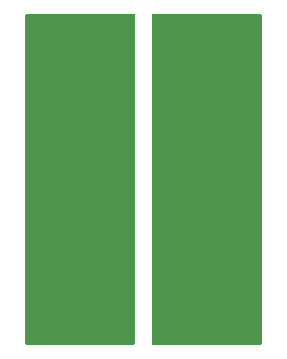
<source format=gbr>
%TF.GenerationSoftware,KiCad,Pcbnew,7.0.5*%
%TF.CreationDate,2023-08-05T10:49:09-04:00*%
%TF.ProjectId,Board_To_Be_Tested,426f6172-645f-4546-9f5f-42655f546573,rev?*%
%TF.SameCoordinates,Original*%
%TF.FileFunction,Copper,L1,Top*%
%TF.FilePolarity,Positive*%
%FSLAX46Y46*%
G04 Gerber Fmt 4.6, Leading zero omitted, Abs format (unit mm)*
G04 Created by KiCad (PCBNEW 7.0.5) date 2023-08-05 10:49:09*
%MOMM*%
%LPD*%
G01*
G04 APERTURE LIST*
%TA.AperFunction,SMDPad,CuDef*%
%ADD10R,3.150000X1.000000*%
%TD*%
G04 APERTURE END LIST*
D10*
%TO.P,J1,1,Pin_1*%
%TO.N,/PWR*%
X132475000Y-136000000D03*
%TO.P,J1,2,Pin_2*%
%TO.N,GND*%
X137525000Y-136000000D03*
%TD*%
%TA.AperFunction,Conductor*%
%TO.N,/PWR*%
G36*
X134243039Y-109019685D02*
G01*
X134288794Y-109072489D01*
X134300000Y-109124000D01*
X134300000Y-136876000D01*
X134280315Y-136943039D01*
X134227511Y-136988794D01*
X134176000Y-137000000D01*
X125124000Y-137000000D01*
X125056961Y-136980315D01*
X125011206Y-136927511D01*
X125000000Y-136876000D01*
X125000000Y-109124000D01*
X125019685Y-109056961D01*
X125072489Y-109011206D01*
X125124000Y-109000000D01*
X134176000Y-109000000D01*
X134243039Y-109019685D01*
G37*
%TD.AperFunction*%
%TD*%
%TA.AperFunction,Conductor*%
%TO.N,GND*%
G36*
X144943039Y-109019685D02*
G01*
X144988794Y-109072489D01*
X145000000Y-109124000D01*
X145000000Y-136876000D01*
X144980315Y-136943039D01*
X144927511Y-136988794D01*
X144876000Y-137000000D01*
X135824000Y-137000000D01*
X135756961Y-136980315D01*
X135711206Y-136927511D01*
X135700000Y-136876000D01*
X135700000Y-109124000D01*
X135719685Y-109056961D01*
X135772489Y-109011206D01*
X135824000Y-109000000D01*
X144876000Y-109000000D01*
X144943039Y-109019685D01*
G37*
%TD.AperFunction*%
%TD*%
M02*

</source>
